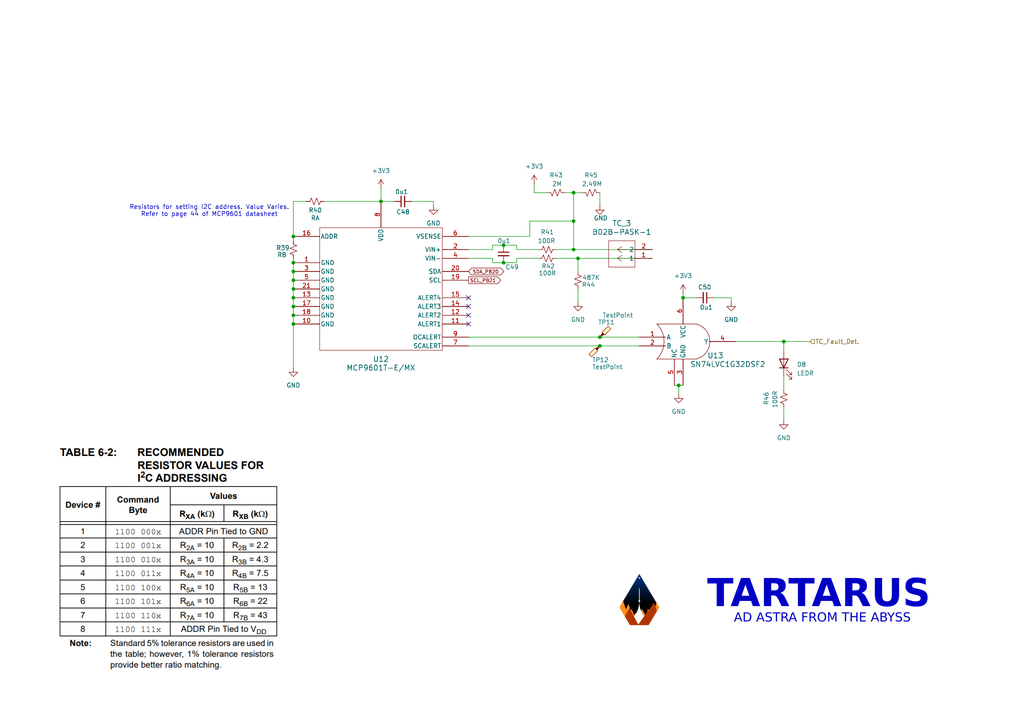
<source format=kicad_sch>
(kicad_sch (version 20250114) (generator "eeschema") (generator_version "9.0")
  (paper "A4")
  (lib_symbols
    (symbol "Connector:TestPoint_Probe" (pin_numbers (hide yes)) (pin_names (offset 0.762) (hide yes))
      (property "Reference" "TP" (at 1.651 5.842 0))
      (property "Value" "TestPoint_Probe" (at 1.651 4.064 0))
      (symbol "TestPoint_Probe_0_1"
        (polyline (pts (xy 1.27 0.762) (xy 0 0) (xy 0.762 1.27) (xy 1.27 0.762)) (fill (type outline)))
        (polyline (pts (xy 1.397 0.635) (xy 0.635 1.397) (xy 2.413 3.175) (xy 3.175 2.413) (xy 1.397 0.635)) (fill (type background)))
      )
      (symbol "TestPoint_Probe_1_1"
        (pin passive line (at 0 0 90) (length 0) (name "1") (number "1"))
      )
    )
    (symbol "Cosmos Schematic Symbols_V2:B02B-PASK-1" (pin_names (offset 0.254))
      (property "Reference" "J" (at 8.636 3.556 0))
      (property "Value" "B02B-PASK-1" (at 9.144 -6.604 0))
      (symbol "B02B-PASK-1_1_1"
        (polyline (pts (xy 5.08 2.54) (xy 5.08 -5.08)) (stroke (width 0.127)))
        (polyline (pts (xy 5.08 -5.08) (xy 12.7 -5.08)) (stroke (width 0.127)))
        (polyline (pts (xy 10.16 0) (xy 5.08 0)) (stroke (width 0.127)))
        (polyline (pts (xy 10.16 0) (xy 8.89 0.8467)) (stroke (width 0.127)))
        (polyline (pts (xy 10.16 0) (xy 8.89 -0.8467)) (stroke (width 0.127)))
        (polyline (pts (xy 10.16 -2.54) (xy 5.08 -2.54)) (stroke (width 0.127)))
        (polyline (pts (xy 10.16 -2.54) (xy 8.89 -1.6933)) (stroke (width 0.127)))
        (polyline (pts (xy 10.16 -2.54) (xy 8.89 -3.3867)) (stroke (width 0.127)))
        (polyline (pts (xy 12.7 2.54) (xy 5.08 2.54)) (stroke (width 0.127)))
        (polyline (pts (xy 12.7 -5.08) (xy 12.7 2.54)) (stroke (width 0.127)))
        (pin unspecified line (at 0 0 0) (length 5.08) (name "1") (number "1"))
        (pin unspecified line (at 0 -2.54 0) (length 5.08) (name "2") (number "2"))
      )
      (symbol "B02B-PASK-1_1_2"
        (polyline (pts (xy 5.08 2.54) (xy 5.08 -5.08)) (stroke (width 0.127)))
        (polyline (pts (xy 5.08 -5.08) (xy 12.7 -5.08)) (stroke (width 0.127)))
        (polyline (pts (xy 7.62 0) (xy 5.08 0)) (stroke (width 0.127)))
        (polyline (pts (xy 7.62 0) (xy 8.89 0.8467)) (stroke (width 0.127)))
        (polyline (pts (xy 7.62 0) (xy 8.89 -0.8467)) (stroke (width 0.127)))
        (polyline (pts (xy 7.62 -2.54) (xy 5.08 -2.54)) (stroke (width 0.127)))
        (polyline (pts (xy 7.62 -2.54) (xy 8.89 -1.6933)) (stroke (width 0.127)))
        (polyline (pts (xy 7.62 -2.54) (xy 8.89 -3.3867)) (stroke (width 0.127)))
        (polyline (pts (xy 12.7 2.54) (xy 5.08 2.54)) (stroke (width 0.127)))
        (polyline (pts (xy 12.7 -5.08) (xy 12.7 2.54)) (stroke (width 0.127)))
        (pin unspecified line (at 0 0 0) (length 5.08) (name "1") (number "1"))
        (pin unspecified line (at 0 -2.54 0) (length 5.08) (name "2") (number "2"))
      )
    )
    (symbol "Device:C_Small" (pin_numbers (hide yes)) (pin_names (offset 0.254) (hide yes))
      (property "Reference" "C" (at 0.254 1.778 0))
      (property "Value" "C_Small" (at 0.254 -2.032 0))
      (symbol "C_Small_0_1"
        (polyline (pts (xy -1.524 0.508) (xy 1.524 0.508)) (stroke (width 0.3048)))
        (polyline (pts (xy -1.524 -0.508) (xy 1.524 -0.508)) (stroke (width 0.3302)))
      )
      (symbol "C_Small_1_1"
        (pin passive line (at 0 2.54 270) (length 2.032) (name "~") (number "1"))
        (pin passive line (at 0 -2.54 90) (length 2.032) (name "~") (number "2"))
      )
    )
    (symbol "Device:LED" (pin_numbers (hide yes)) (pin_names (offset 1.016) (hide yes))
      (property "Reference" "D" (at 0 2.54 0))
      (property "Value" "LED" (at 0 -2.54 0))
      (symbol "LED_0_1"
        (polyline (pts (xy -3.048 -0.762) (xy -4.572 -2.286) (xy -3.81 -2.286) (xy -4.572 -2.286) (xy -4.572 -1.524)))
        (polyline (pts (xy -1.778 -0.762) (xy -3.302 -2.286) (xy -2.54 -2.286) (xy -3.302 -2.286) (xy -3.302 -1.524)))
        (polyline (pts (xy -1.27 0) (xy 1.27 0)))
        (polyline (pts (xy -1.27 -1.27) (xy -1.27 1.27)) (stroke (width 0.254)))
        (polyline (pts (xy 1.27 -1.27) (xy 1.27 1.27) (xy -1.27 0) (xy 1.27 -1.27)) (stroke (width 0.254)))
      )
      (symbol "LED_1_1"
        (pin passive line (at -3.81 0 0) (length 2.54) (name "K") (number "1"))
        (pin passive line (at 3.81 0 180) (length 2.54) (name "A") (number "2"))
      )
    )
    (symbol "Device:R_Small_US" (pin_numbers (hide yes)) (pin_names (offset 0.254) (hide yes))
      (property "Reference" "R" (at 0.762 0.508 0))
      (property "Value" "R_Small_US" (at 0.762 -1.016 0))
      (symbol "R_Small_US_1_1"
        (polyline (pts (xy 0 1.524) (xy 1.016 1.143) (xy 0 0.762) (xy -1.016 0.381) (xy 0 0)))
        (polyline (pts (xy 0 0) (xy 1.016 -0.381) (xy 0 -0.762) (xy -1.016 -1.143) (xy 0 -1.524)))
        (pin passive line (at 0 2.54 270) (length 1.016) (name "~") (number "1"))
        (pin passive line (at 0 -2.54 90) (length 1.016) (name "~") (number "2"))
      )
    )
    (symbol "MCP9601T_E_MX:MCP9601T-E_MX" (pin_names (offset 0.254))
      (property "Reference" "U" (at 25.4 -34.29 0))
      (property "Value" "MCP9601T-E/MX" (at 25.4 -32.004 0))
      (symbol "MCP9601T-E_MX_0_1"
        (polyline (pts (xy 7.62 5.08) (xy 7.62 -30.48)) (stroke (width 0.127)))
        (polyline (pts (xy 7.62 -30.48) (xy 43.18 -30.48)) (stroke (width 0.127)))
        (polyline (pts (xy 43.18 5.08) (xy 7.62 5.08)) (stroke (width 0.127)))
        (polyline (pts (xy 43.18 -30.48) (xy 43.18 5.08)) (stroke (width 0.127)))
        (pin input line (at 0 2.54 0) (length 7.62) (name "ADDR") (number "16"))
        (pin power_out line (at 0 -5.08 0) (length 7.62) (name "GND") (number "1"))
        (pin power_out line (at 0 -7.62 0) (length 7.62) (name "GND") (number "3"))
        (pin power_out line (at 0 -10.16 0) (length 7.62) (name "GND") (number "5"))
        (pin power_out line (at 0 -12.7 0) (length 7.62) (name "GND") (number "21"))
        (pin power_out line (at 0 -15.24 0) (length 7.62) (name "GND") (number "13"))
        (pin power_out line (at 0 -17.78 0) (length 7.62) (name "GND") (number "17"))
        (pin power_out line (at 0 -20.32 0) (length 7.62) (name "GND") (number "18"))
        (pin power_out line (at 0 -22.86 0) (length 7.62) (name "GND") (number "10"))
        (pin power_in line (at 25.4 12.7 270) (length 7.62) (name "VDD") (number "8"))
        (pin input line (at 50.8 2.54 180) (length 7.62) (name "VSENSE") (number "6"))
        (pin input line (at 50.8 -1.27 180) (length 7.62) (name "VIN+") (number "2"))
        (pin input line (at 50.8 -3.81 180) (length 7.62) (name "VIN-") (number "4"))
        (pin bidirectional line (at 50.8 -7.62 180) (length 7.62) (name "SDA") (number "20"))
        (pin input line (at 50.8 -10.16 180) (length 7.62) (name "SCL") (number "19"))
        (pin output line (at 50.8 -15.24 180) (length 7.62) (name "ALERT4") (number "15"))
        (pin output line (at 50.8 -17.78 180) (length 7.62) (name "ALERT3") (number "14"))
        (pin output line (at 50.8 -20.32 180) (length 7.62) (name "ALERT2") (number "12"))
        (pin output line (at 50.8 -22.86 180) (length 7.62) (name "ALERT1") (number "11"))
        (pin output line (at 50.8 -26.67 180) (length 7.62) (name "OCALERT") (number "9"))
        (pin output line (at 50.8 -29.21 180) (length 7.62) (name "SCALERT") (number "7"))
      )
    )
    (symbol "SN74LVC1G32DSF2:SN74LVC1G32DSF2" (pin_names (offset 0.254))
      (property "Reference" "U" (at 36.322 -7.62 0))
      (property "Value" "SN74LVC1G32DSF2" (at 46.228 -10.414 0))
      (symbol "SN74LVC1G32DSF2_0_1"
        (pin input line (at 16.51 -2.54 0) (length 7.62) (name "B") (number "2"))
        (pin unspecified line (at 26.67 -13.97 90) (length 7.62) (name "NC") (number "5"))
        (pin power_in line (at 29.21 11.43 270) (length 7.62) (name "VCC") (number "6"))
        (pin power_in line (at 29.21 -13.97 90) (length 7.62) (name "GND") (number "3"))
        (pin output line (at 44.45 -1.27 180) (length 7.62) (name "Y") (number "4"))
      )
      (symbol "SN74LVC1G32DSF2_1_1"
        (arc (start 21.59 3.81) (mid 23.6942 -1.27) (end 21.59 -6.35))
        (polyline (pts (xy 21.59 3.81) (xy 33.02 3.81)))
        (polyline (pts (xy 21.59 -6.35) (xy 33.02 -6.35)))
        (arc (start 33.02 3.81) (mid 36.9863 -1.27) (end 33.02 -6.35))
        (pin input line (at 16.51 0 0) (length 7.62) (name "A") (number "1"))
      )
    )
    (symbol "power:+3.3V" (power) (pin_numbers (hide yes)) (pin_names (offset 0) (hide yes))
      (property "Value" "+3.3V" (at 0 3.556 0))
      (symbol "+3.3V_0_1"
        (polyline (pts (xy -0.762 1.27) (xy 0 2.54)))
        (polyline (pts (xy 0 2.54) (xy 0.762 1.27)))
        (polyline (pts (xy 0 0) (xy 0 2.54)))
      )
      (symbol "+3.3V_1_1"
        (pin power_in line (at 0 0 90) (length 0) (name "~") (number "1"))
      )
    )
    (symbol "power:GND" (power) (pin_numbers (hide yes)) (pin_names (offset 0) (hide yes))
      (property "Value" "GND" (at 0 -3.81 0))
      (symbol "GND_0_1"
        (polyline (pts (xy 0 0) (xy 0 -1.27) (xy 1.27 -1.27) (xy 0 -2.54) (xy -1.27 -1.27) (xy 0 -1.27)))
      )
      (symbol "GND_1_1"
        (pin power_in line (at 0 0 270) (length 0) (name "~") (number "1"))
      )
    )
  )
  (text "TARTARUS" (at 237.49 174.752 0) (effects (font (size 8 8) (thickness 1.6) (bold yes))))
  (text "AD ASTRA FROM THE ABYSS" (at 238.506 180.086 0) (effects (font (size 2.6 2.6))))
  (text "Resistors for setting I2C address. Value Varies.\nRefer to page 44 of MCP9601 datasheet" (at 60.706 61.214 0) (effects (font (size 1.27 1.27))))
  (junction (at 227.33 99.06))
  (junction (at 167.64 74.93))
  (junction (at 146.05 71.12))
  (junction (at 85.09 93.98))
  (junction (at 196.85 111.76))
  (junction (at 85.09 81.28))
  (junction (at 85.09 83.82))
  (junction (at 173.99 100.33))
  (junction (at 110.49 58.42))
  (junction (at 166.37 55.88))
  (junction (at 173.99 97.79))
  (junction (at 85.09 91.44))
  (junction (at 166.37 64.135))
  (junction (at 85.09 68.58))
  (junction (at 85.09 88.9))
  (junction (at 85.09 78.74))
  (junction (at 85.09 86.36))
  (junction (at 166.37 72.39))
  (junction (at 146.05 76.2))
  (junction (at 198.12 86.36))
  (junction (at 85.09 76.2))
  (no_connect (at 135.89 88.9))
  (no_connect (at 135.89 91.44))
  (no_connect (at 135.89 93.98))
  (no_connect (at 135.89 86.36))
  (wire (pts (xy 158.75 55.88) (xy 154.94 55.88)))
  (wire (pts (xy 166.37 55.88) (xy 168.91 55.88)))
  (wire (pts (xy 149.86 72.39) (xy 149.86 71.12)))
  (wire (pts (xy 142.875 71.12) (xy 146.05 71.12)))
  (wire (pts (xy 110.49 58.42) (xy 114.3 58.42)))
  (wire (pts (xy 135.89 100.33) (xy 173.99 100.33)))
  (wire (pts (xy 234.95 99.06) (xy 227.33 99.06)))
  (wire (pts (xy 85.09 83.82) (xy 85.09 86.36)))
  (wire (pts (xy 166.37 55.88) (xy 166.37 64.135)))
  (wire (pts (xy 135.89 68.58) (xy 153.67 68.58)))
  (wire (pts (xy 227.33 101.6) (xy 227.33 99.06)))
  (wire (pts (xy 85.09 93.98) (xy 85.09 106.68)))
  (wire (pts (xy 198.12 85.09) (xy 198.12 86.36)))
  (wire (pts (xy 167.64 74.93) (xy 189.23 74.93)))
  (wire (pts (xy 135.89 97.79) (xy 173.99 97.79)))
  (wire (pts (xy 156.21 72.39) (xy 149.86 72.39)))
  (wire (pts (xy 149.86 71.12) (xy 146.05 71.12)))
  (wire (pts (xy 142.875 74.93) (xy 142.875 76.2)))
  (wire (pts (xy 163.83 55.88) (xy 166.37 55.88)))
  (wire (pts (xy 161.29 72.39) (xy 166.37 72.39)))
  (wire (pts (xy 93.98 58.42) (xy 110.49 58.42)))
  (wire (pts (xy 85.09 81.28) (xy 85.09 83.82)))
  (wire (pts (xy 154.94 55.88) (xy 154.94 53.34)))
  (wire (pts (xy 167.64 83.82) (xy 167.64 87.63)))
  (wire (pts (xy 142.875 76.2) (xy 146.05 76.2)))
  (wire (pts (xy 149.86 74.93) (xy 149.86 76.2)))
  (wire (pts (xy 207.01 86.36) (xy 212.09 86.36)))
  (wire (pts (xy 196.85 114.3) (xy 196.85 111.76)))
  (wire (pts (xy 142.875 72.39) (xy 142.875 71.12)))
  (wire (pts (xy 85.09 86.36) (xy 85.09 88.9)))
  (wire (pts (xy 149.86 76.2) (xy 146.05 76.2)))
  (wire (pts (xy 85.09 58.42) (xy 88.9 58.42)))
  (wire (pts (xy 173.99 59.69) (xy 173.99 55.88)))
  (wire (pts (xy 212.09 86.36) (xy 212.09 87.63)))
  (wire (pts (xy 110.49 54.61) (xy 110.49 58.42)))
  (wire (pts (xy 135.89 74.93) (xy 142.875 74.93)))
  (wire (pts (xy 161.29 74.93) (xy 167.64 74.93)))
  (wire (pts (xy 166.37 64.135) (xy 166.37 72.39)))
  (wire (pts (xy 196.85 111.76) (xy 198.12 111.76)))
  (wire (pts (xy 135.89 72.39) (xy 142.875 72.39)))
  (wire (pts (xy 166.37 72.39) (xy 189.23 72.39)))
  (wire (pts (xy 195.58 111.76) (xy 196.85 111.76)))
  (wire (pts (xy 153.67 64.135) (xy 166.37 64.135)))
  (wire (pts (xy 227.33 99.06) (xy 213.36 99.06)))
  (wire (pts (xy 156.21 74.93) (xy 149.86 74.93)))
  (wire (pts (xy 85.09 91.44) (xy 85.09 93.98)))
  (wire (pts (xy 198.12 86.36) (xy 201.93 86.36)))
  (wire (pts (xy 85.09 88.9) (xy 85.09 91.44)))
  (wire (pts (xy 85.09 69.85) (xy 85.09 68.58)))
  (wire (pts (xy 85.09 76.2) (xy 85.09 78.74)))
  (wire (pts (xy 173.99 97.79) (xy 185.42 97.79)))
  (wire (pts (xy 173.99 100.33) (xy 185.42 100.33)))
  (wire (pts (xy 85.09 68.58) (xy 85.09 58.42)))
  (wire (pts (xy 167.64 74.93) (xy 167.64 78.74)))
  (wire (pts (xy 119.38 58.42) (xy 125.73 58.42)))
  (wire (pts (xy 153.67 68.58) (xy 153.67 64.135)))
  (wire (pts (xy 227.33 109.22) (xy 227.33 113.03)))
  (wire (pts (xy 125.73 58.42) (xy 125.73 59.69)))
  (wire (pts (xy 85.09 78.74) (xy 85.09 81.28)))
  (wire (pts (xy 227.33 118.11) (xy 227.33 121.92)))
  (wire (pts (xy 85.09 74.93) (xy 85.09 76.2)))
  (image (at 48.895 161.925) (scale 0.4))
  (image (at 185.42 175.26) (scale 0.0421478))
  (global_label "SCL_PB21" (shape output) (at 135.89 81.28 0) (effects (font (size 1 1))) (property "Intersheetrefs" "${INTERSHEET_REFS}" (effects (hide yes))))
  (global_label "SDA_PB20" (shape bidirectional) (at 135.89 78.74 0) (effects (font (size 1 1))) (property "Intersheetrefs" "${INTERSHEET_REFS}" (effects (hide yes))))
  (hierarchical_label "TC_Fault_Det." (shape input) (at 234.95 99.06 0))
  (symbol (lib_id "Connector:TestPoint_Probe") (at 173.99 100.33 180) (unit 1)
    (property "Reference" "TP8" (at 171.704 104.394 0) (effects (justify right)))
    (property "Value" "TestPoint" (at 171.704 106.426 0) (effects (justify right)))
    (property "Footprint" "TestPoint:TestPoint_Pad_D1.0mm" (effects (hide yes)))
    (property "Description" "test point (alternative probe-style design)" (effects (hide yes)))
    (instances (project "Tartarus Liquid Rocketry Control System" (path "" (reference "TP12") (unit 1)) (path "" (reference "TP14") (unit 1)) (path "" (reference "TP8") (unit 1)) (path "" (reference "TP22") (unit 1)) (path "" (reference "TP18") (unit 1)) (path "" (reference "TP10") (unit 1)) (path "" (reference "TP16") (unit 1)) (path "" (reference "TP20") (unit 1))))
  )
  (symbol (lib_id "Device:R_Small_US") (at 227.33 115.57 180) (unit 1)
    (property "Reference" "R30" (at 222.25 115.57 90))
    (property "Value" "100R" (at 224.79 115.824 90))
    (property "Footprint" "Resistor_SMD:R_0603_1608Metric" (effects (hide yes)))
    (property "Description" "Resistor, small US symbol" (effects (hide yes)))
    (instances (project "Tartarus Liquid Rocketry Control System" (path "" (reference "R46") (unit 1)) (path "" (reference "R54") (unit 1)) (path "" (reference "R30") (unit 1)) (path "" (reference "R86") (unit 1)) (path "" (reference "R70") (unit 1)) (path "" (reference "R38") (unit 1)) (path "" (reference "R62") (unit 1)) (path "" (reference "R78") (unit 1))))
  )
  (symbol (lib_id "power:GND") (at 167.64 87.63 0) (unit 1)
    (property "Reference" "#PWR071" (effects (hide yes)))
    (property "Value" "GND" (at 167.64 92.71 0))
    (property "Description" "Power symbol creates a global label with name \"GND\" , ground" (effects (hide yes)))
    (instances (project "Tartarus Liquid Rocketry Control System" (path "" (reference "#PWR091") (unit 1)) (path "" (reference "#PWR0101") (unit 1)) (path "" (reference "#PWR071") (unit 1)) (path "" (reference "#PWR0141") (unit 1)) (path "" (reference "#PWR0121") (unit 1)) (path "" (reference "#PWR081") (unit 1)) (path "" (reference "#PWR0111") (unit 1)) (path "" (reference "#PWR0131") (unit 1))))
  )
  (symbol (lib_id "power:GND") (at 227.33 121.92 0) (unit 1)
    (property "Reference" "#PWR076" (effects (hide yes)))
    (property "Value" "GND" (at 227.33 127 0))
    (property "Description" "Power symbol creates a global label with name \"GND\" , ground" (effects (hide yes)))
    (instances (project "Tartarus Liquid Rocketry Control System" (path "" (reference "#PWR096") (unit 1)) (path "" (reference "#PWR0106") (unit 1)) (path "" (reference "#PWR076") (unit 1)) (path "" (reference "#PWR0146") (unit 1)) (path "" (reference "#PWR0126") (unit 1)) (path "" (reference "#PWR086") (unit 1)) (path "" (reference "#PWR0116") (unit 1)) (path "" (reference "#PWR0136") (unit 1))))
  )
  (symbol (lib_id "Device:R_Small_US") (at 158.75 72.39 90) (unit 1)
    (property "Reference" "R25" (at 158.75 67.31 90))
    (property "Value" "100R" (at 158.496 69.85 90))
    (property "Footprint" "Resistor_SMD:R_0603_1608Metric" (effects (hide yes)))
    (property "Description" "Resistor, small US symbol" (effects (hide yes)))
    (instances (project "Tartarus Liquid Rocketry Control System" (path "" (reference "R41") (unit 1)) (path "" (reference "R49") (unit 1)) (path "" (reference "R25") (unit 1)) (path "" (reference "R81") (unit 1)) (path "" (reference "R65") (unit 1)) (path "" (reference "R33") (unit 1)) (path "" (reference "R57") (unit 1)) (path "" (reference "R73") (unit 1))))
  )
  (symbol (lib_id "Device:C_Small") (at 116.84 58.42 90) (unit 1)
    (property "Reference" "C42" (at 118.872 61.468 90) (effects (justify left)))
    (property "Value" "0u1" (at 118.364 55.626 90) (effects (justify left)))
    (property "Footprint" "Capacitor_SMD:C_0603_1608Metric" (effects (hide yes)))
    (property "Description" "Unpolarized capacitor, small symbol" (effects (hide yes)))
    (instances (project "Tartarus Liquid Rocketry Control System" (path "" (reference "C48") (unit 1)) (path "" (reference "C51") (unit 1)) (path "" (reference "C42") (unit 1)) (path "" (reference "C63") (unit 1)) (path "" (reference "C57") (unit 1)) (path "" (reference "C45") (unit 1)) (path "" (reference "C54") (unit 1)) (path "" (reference "C60") (unit 1))))
  )
  (symbol (lib_id "Device:C_Small") (at 146.05 73.66 0) (unit 1)
    (property "Reference" "C43" (at 146.558 77.47 0) (effects (justify left)))
    (property "Value" "0u1" (at 144.272 69.85 0) (effects (justify left)))
    (property "Footprint" "Capacitor_SMD:C_0603_1608Metric" (effects (hide yes)))
    (property "Description" "Unpolarized capacitor, small symbol" (effects (hide yes)))
    (instances (project "Tartarus Liquid Rocketry Control System" (path "" (reference "C49") (unit 1)) (path "" (reference "C52") (unit 1)) (path "" (reference "C43") (unit 1)) (path "" (reference "C64") (unit 1)) (path "" (reference "C58") (unit 1)) (path "" (reference "C46") (unit 1)) (path "" (reference "C55") (unit 1)) (path "" (reference "C61") (unit 1))))
  )
  (symbol (lib_id "Device:R_Small_US") (at 85.09 72.39 180) (unit 1)
    (property "Reference" "R23" (at 82.042 71.882 0))
    (property "Value" "RB" (at 81.788 73.914 0))
    (property "Footprint" "Resistor_SMD:R_0603_1608Metric" (effects (hide yes)))
    (property "Description" "Resistor, small US symbol" (effects (hide yes)))
    (instances (project "Tartarus Liquid Rocketry Control System" (path "" (reference "R39") (unit 1)) (path "" (reference "R47") (unit 1)) (path "" (reference "R23") (unit 1)) (path "" (reference "R79") (unit 1)) (path "" (reference "R63") (unit 1)) (path "" (reference "R31") (unit 1)) (path "" (reference "R55") (unit 1)) (path "" (reference "R71") (unit 1))))
  )
  (symbol (lib_id "Device:R_Small_US") (at 167.64 81.28 180) (unit 1)
    (property "Reference" "R28" (at 170.688 82.55 0))
    (property "Value" "487K" (at 171.45 80.518 0))
    (property "Footprint" "Resistor_SMD:R_0603_1608Metric" (effects (hide yes)))
    (property "Description" "Resistor, small US symbol" (effects (hide yes)))
    (instances (project "Tartarus Liquid Rocketry Control System" (path "" (reference "R44") (unit 1)) (path "" (reference "R52") (unit 1)) (path "" (reference "R28") (unit 1)) (path "" (reference "R84") (unit 1)) (path "" (reference "R68") (unit 1)) (path "" (reference "R36") (unit 1)) (path "" (reference "R60") (unit 1)) (path "" (reference "R76") (unit 1))))
  )
  (symbol (lib_id "Device:R_Small_US") (at 91.44 58.42 90) (unit 1)
    (property "Reference" "R24" (at 91.44 60.96 90))
    (property "Value" "RA" (at 91.44 63.246 90))
    (property "Footprint" "Resistor_SMD:R_0603_1608Metric" (effects (hide yes)))
    (property "Description" "Resistor, small US symbol" (effects (hide yes)))
    (instances (project "Tartarus Liquid Rocketry Control System" (path "" (reference "R40") (unit 1)) (path "" (reference "R48") (unit 1)) (path "" (reference "R24") (unit 1)) (path "" (reference "R80") (unit 1)) (path "" (reference "R64") (unit 1)) (path "" (reference "R32") (unit 1)) (path "" (reference "R56") (unit 1)) (path "" (reference "R72") (unit 1))))
  )
  (symbol (lib_id "power:GND") (at 85.09 106.68 0) (unit 1)
    (property "Reference" "#PWR067" (effects (hide yes)))
    (property "Value" "GND" (at 85.09 111.76 0))
    (property "Description" "Power symbol creates a global label with name \"GND\" , ground" (effects (hide yes)))
    (instances (project "Tartarus Liquid Rocketry Control System" (path "" (reference "#PWR087") (unit 1)) (path "" (reference "#PWR097") (unit 1)) (path "" (reference "#PWR067") (unit 1)) (path "" (reference "#PWR0137") (unit 1)) (path "" (reference "#PWR0117") (unit 1)) (path "" (reference "#PWR077") (unit 1)) (path "" (reference "#PWR0107") (unit 1)) (path "" (reference "#PWR0127") (unit 1))))
  )
  (symbol (lib_id "Device:R_Small_US") (at 161.29 55.88 270) (mirror x) (unit 1)
    (property "Reference" "R27" (at 161.29 50.8 90))
    (property "Value" "2M" (at 161.544 53.34 90))
    (property "Footprint" "Resistor_SMD:R_0603_1608Metric" (effects (hide yes)))
    (property "Description" "Resistor, small US symbol" (effects (hide yes)))
    (instances (project "Tartarus Liquid Rocketry Control System" (path "" (reference "R43") (unit 1)) (path "" (reference "R51") (unit 1)) (path "" (reference "R27") (unit 1)) (path "" (reference "R83") (unit 1)) (path "" (reference "R67") (unit 1)) (path "" (reference "R35") (unit 1)) (path "" (reference "R59") (unit 1)) (path "" (reference "R75") (unit 1))))
  )
  (symbol (lib_id "MCP9601T_E_MX:MCP9601T-E_MX") (at 85.09 71.12 0) (unit 1)
    (property "Reference" "U8" (at 110.49 104.14 0) (effects (font (size 1.524 1.524))))
    (property "Value" "MCP9601T-E/MX" (at 110.49 106.68 0) (effects (font (size 1.524 1.524))))
    (property "Footprint" "MCP9601T_E_MX:MCP9601T_E_MX" (effects (hide yes)))
    (property "Datasheet" "MCP9601T-E/MX" (effects (hide yes)))
    (instances (project "Tartarus Liquid Rocketry Control System" (path "" (reference "U12") (unit 1)) (path "" (reference "U14") (unit 1)) (path "" (reference "U8") (unit 1)) (path "" (reference "U22") (unit 1)) (path "" (reference "U18") (unit 1)) (path "" (reference "U10") (unit 1)) (path "" (reference "U16") (unit 1)) (path "" (reference "U20") (unit 1))))
  )
  (symbol (lib_id "Device:LED") (at 227.33 105.41 90) (unit 1)
    (property "Reference" "D6" (at 231.14 105.7274 90) (effects (justify right)))
    (property "Value" "LEDR" (at 231.14 108.2674 90) (effects (justify right)))
    (property "Footprint" "LED_SMD:LED_0603_1608Metric" (effects (hide yes)))
    (property "Description" "Light emitting diode" (effects (hide yes)))
    (property "Sim.Pins" "1=K 2=A" (effects (hide yes)))
    (instances (project "Tartarus Liquid Rocketry Control System" (path "" (reference "D8") (unit 1)) (path "" (reference "D9") (unit 1)) (path "" (reference "D6") (unit 1)) (path "" (reference "D13") (unit 1)) (path "" (reference "D11") (unit 1)) (path "" (reference "D7") (unit 1)) (path "" (reference "D10") (unit 1)) (path "" (reference "D12") (unit 1))))
  )
  (symbol (lib_id "power:GND") (at 212.09 87.63 0) (unit 1)
    (property "Reference" "#PWR075" (effects (hide yes)))
    (property "Value" "GND" (at 212.09 92.71 0))
    (property "Description" "Power symbol creates a global label with name \"GND\" , ground" (effects (hide yes)))
    (instances (project "Tartarus Liquid Rocketry Control System" (path "" (reference "#PWR095") (unit 1)) (path "" (reference "#PWR0105") (unit 1)) (path "" (reference "#PWR075") (unit 1)) (path "" (reference "#PWR0145") (unit 1)) (path "" (reference "#PWR0125") (unit 1)) (path "" (reference "#PWR085") (unit 1)) (path "" (reference "#PWR0115") (unit 1)) (path "" (reference "#PWR0135") (unit 1))))
  )
  (symbol (lib_id "power:GND") (at 173.99 59.69 0) (mirror y) (unit 1)
    (property "Reference" "#PWR072" (effects (hide yes)))
    (property "Value" "GND" (at 174.244 63.246 0))
    (property "Description" "Power symbol creates a global label with name \"GND\" , ground" (effects (hide yes)))
    (instances (project "Tartarus Liquid Rocketry Control System" (path "" (reference "#PWR092") (unit 1)) (path "" (reference "#PWR0102") (unit 1)) (path "" (reference "#PWR072") (unit 1)) (path "" (reference "#PWR0142") (unit 1)) (path "" (reference "#PWR0122") (unit 1)) (path "" (reference "#PWR082") (unit 1)) (path "" (reference "#PWR0112") (unit 1)) (path "" (reference "#PWR0132") (unit 1))))
  )
  (symbol (lib_id "Connector:TestPoint_Probe") (at 173.99 97.79 0) (unit 1)
    (property "Reference" "TP7" (at 178.308 93.472 0) (effects (justify right)))
    (property "Value" "TestPoint" (at 183.642 91.44 0) (effects (justify right)))
    (property "Footprint" "TestPoint:TestPoint_Pad_D1.0mm" (effects (hide yes)))
    (property "Description" "test point (alternative probe-style design)" (effects (hide yes)))
    (instances (project "Tartarus Liquid Rocketry Control System" (path "" (reference "TP11") (unit 1)) (path "" (reference "TP13") (unit 1)) (path "" (reference "TP7") (unit 1)) (path "" (reference "TP21") (unit 1)) (path "" (reference "TP17") (unit 1)) (path "" (reference "TP9") (unit 1)) (path "" (reference "TP15") (unit 1)) (path "" (reference "TP19") (unit 1))))
  )
  (symbol (lib_id "Device:C_Small") (at 204.47 86.36 270) (unit 1)
    (property "Reference" "C44" (at 202.438 83.312 90) (effects (justify left)))
    (property "Value" "0u1" (at 202.946 89.154 90) (effects (justify left)))
    (property "Footprint" "Capacitor_SMD:C_0603_1608Metric" (effects (hide yes)))
    (property "Description" "Unpolarized capacitor, small symbol" (effects (hide yes)))
    (instances (project "Tartarus Liquid Rocketry Control System" (path "" (reference "C50") (unit 1)) (path "" (reference "C53") (unit 1)) (path "" (reference "C44") (unit 1)) (path "" (reference "C65") (unit 1)) (path "" (reference "C59") (unit 1)) (path "" (reference "C47") (unit 1)) (path "" (reference "C56") (unit 1)) (path "" (reference "C62") (unit 1))))
  )
  (symbol (lib_id "power:GND") (at 125.73 59.69 0) (unit 1)
    (property "Reference" "#PWR069" (effects (hide yes)))
    (property "Value" "GND" (at 125.73 64.77 0))
    (property "Description" "Power symbol creates a global label with name \"GND\" , ground" (effects (hide yes)))
    (instances (project "Tartarus Liquid Rocketry Control System" (path "" (reference "#PWR089") (unit 1)) (path "" (reference "#PWR099") (unit 1)) (path "" (reference "#PWR069") (unit 1)) (path "" (reference "#PWR0139") (unit 1)) (path "" (reference "#PWR0119") (unit 1)) (path "" (reference "#PWR079") (unit 1)) (path "" (reference "#PWR0109") (unit 1)) (path "" (reference "#PWR0129") (unit 1))))
  )
  (symbol (lib_id "power:+3.3V") (at 198.12 85.09 0) (unit 1)
    (property "Reference" "#PWR074" (effects (hide yes)))
    (property "Value" "+3V3" (at 198.12 80.01 0))
    (property "Description" "Power symbol creates a global label with name \"+3.3V\"" (effects (hide yes)))
    (instances (project "Tartarus Liquid Rocketry Control System" (path "" (reference "#PWR094") (unit 1)) (path "" (reference "#PWR0104") (unit 1)) (path "" (reference "#PWR074") (unit 1)) (path "" (reference "#PWR0144") (unit 1)) (path "" (reference "#PWR0124") (unit 1)) (path "" (reference "#PWR084") (unit 1)) (path "" (reference "#PWR0114") (unit 1)) (path "" (reference "#PWR0134") (unit 1))))
  )
  (symbol (lib_id "Device:R_Small_US") (at 171.45 55.88 270) (mirror x) (unit 1)
    (property "Reference" "R29" (at 171.45 50.8 90))
    (property "Value" "2.49M" (at 171.704 53.34 90))
    (property "Footprint" "Resistor_SMD:R_0603_1608Metric" (effects (hide yes)))
    (property "Description" "Resistor, small US symbol" (effects (hide yes)))
    (instances (project "Tartarus Liquid Rocketry Control System" (path "" (reference "R45") (unit 1)) (path "" (reference "R53") (unit 1)) (path "" (reference "R29") (unit 1)) (path "" (reference "R85") (unit 1)) (path "" (reference "R69") (unit 1)) (path "" (reference "R37") (unit 1)) (path "" (reference "R61") (unit 1)) (path "" (reference "R77") (unit 1))))
  )
  (symbol (lib_id "power:GND") (at 196.85 114.3 0) (unit 1)
    (property "Reference" "#PWR073" (effects (hide yes)))
    (property "Value" "GND" (at 196.85 119.38 0))
    (property "Description" "Power symbol creates a global label with name \"GND\" , ground" (effects (hide yes)))
    (instances (project "Tartarus Liquid Rocketry Control System" (path "" (reference "#PWR093") (unit 1)) (path "" (reference "#PWR0103") (unit 1)) (path "" (reference "#PWR073") (unit 1)) (path "" (reference "#PWR0143") (unit 1)) (path "" (reference "#PWR0123") (unit 1)) (path "" (reference "#PWR083") (unit 1)) (path "" (reference "#PWR0113") (unit 1)) (path "" (reference "#PWR0133") (unit 1))))
  )
  (symbol (lib_id "Device:R_Small_US") (at 158.75 74.93 90) (unit 1)
    (property "Reference" "R26" (at 159.004 77.216 90))
    (property "Value" "100R" (at 158.75 79.248 90))
    (property "Footprint" "Resistor_SMD:R_0603_1608Metric" (effects (hide yes)))
    (property "Description" "Resistor, small US symbol" (effects (hide yes)))
    (instances (project "Tartarus Liquid Rocketry Control System" (path "" (reference "R42") (unit 1)) (path "" (reference "R50") (unit 1)) (path "" (reference "R26") (unit 1)) (path "" (reference "R82") (unit 1)) (path "" (reference "R66") (unit 1)) (path "" (reference "R34") (unit 1)) (path "" (reference "R58") (unit 1)) (path "" (reference "R74") (unit 1))))
  )
  (symbol (lib_id "SN74LVC1G32DSF2:SN74LVC1G32DSF2") (at 168.91 97.79 0) (unit 1)
    (property "Reference" "U9" (at 207.518 103.124 0) (effects (font (size 1.524 1.524))))
    (property "Value" "SN74LVC1G32DSF2" (at 211.074 105.664 0) (effects (font (size 1.524 1.524))))
    (property "Footprint" "Barrett_Footprints:DSF6" (effects (hide yes)))
    (property "Datasheet" "SN74LVC1G32DSF2" (effects (hide yes)))
    (instances (project "Tartarus Liquid Rocketry Control System" (path "" (reference "U13") (unit 1)) (path "" (reference "U15") (unit 1)) (path "" (reference "U9") (unit 1)) (path "" (reference "U23") (unit 1)) (path "" (reference "U19") (unit 1)) (path "" (reference "U11") (unit 1)) (path "" (reference "U17") (unit 1)) (path "" (reference "U21") (unit 1))))
  )
  (symbol (lib_id "power:+3.3V") (at 110.49 54.61 0) (unit 1)
    (property "Reference" "#PWR068" (effects (hide yes)))
    (property "Value" "+3V3" (at 110.49 49.53 0))
    (property "Description" "Power symbol creates a global label with name \"+3.3V\"" (effects (hide yes)))
    (instances (project "Tartarus Liquid Rocketry Control System" (path "" (reference "#PWR088") (unit 1)) (path "" (reference "#PWR098") (unit 1)) (path "" (reference "#PWR068") (unit 1)) (path "" (reference "#PWR0138") (unit 1)) (path "" (reference "#PWR0118") (unit 1)) (path "" (reference "#PWR078") (unit 1)) (path "" (reference "#PWR0108") (unit 1)) (path "" (reference "#PWR0128") (unit 1))))
  )
  (symbol (lib_id "Cosmos Schematic Symbols_V2:B02B-PASK-1") (at 189.23 74.93 180) (unit 1)
    (property "Reference" "TC_1" (at 180.34 64.77 0) (effects (font (size 1.524 1.524))))
    (property "Value" "B02B-PASK-1" (at 180.34 67.31 0) (effects (font (size 1.524 1.524))))
    (property "Footprint" "Barrett_Footprints:CONN_B02B-PASK-1_JST" (effects (hide yes)))
    (property "Datasheet" "B02B-PASK-1" (effects (hide yes)))
    (instances (project "Tartarus Liquid Rocketry Control System" (path "" (reference "TC_3") (unit 1)) (path "" (reference "TC_4") (unit 1)) (path "" (reference "TC_1") (unit 1)) (path "" (reference "TC_8") (unit 1)) (path "" (reference "TC_6") (unit 1)) (path "" (reference "TC_2") (unit 1)) (path "" (reference "TC_5") (unit 1)) (path "" (reference "TC_7") (unit 1))))
  )
  (symbol (lib_id "power:+3.3V") (at 154.94 53.34 0) (unit 1)
    (property "Reference" "#PWR070" (effects (hide yes)))
    (property "Value" "+3V3" (at 154.94 48.26 0))
    (property "Description" "Power symbol creates a global label with name \"+3.3V\"" (effects (hide yes)))
    (instances (project "Tartarus Liquid Rocketry Control System" (path "" (reference "#PWR090") (unit 1)) (path "" (reference "#PWR0100") (unit 1)) (path "" (reference "#PWR070") (unit 1)) (path "" (reference "#PWR0140") (unit 1)) (path "" (reference "#PWR0120") (unit 1)) (path "" (reference "#PWR080") (unit 1)) (path "" (reference "#PWR0110") (unit 1)) (path "" (reference "#PWR0130") (unit 1))))
  )
)
</source>
